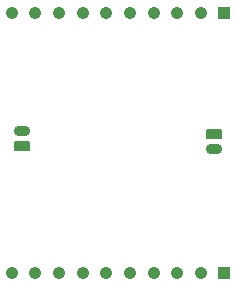
<source format=gbs>
G04 #@! TF.GenerationSoftware,KiCad,Pcbnew,(5.1.5)-3*
G04 #@! TF.CreationDate,2019-12-07T13:31:04+02:00*
G04 #@! TF.ProjectId,template,74656d70-6c61-4746-952e-6b696361645f,A*
G04 #@! TF.SameCoordinates,Original*
G04 #@! TF.FileFunction,Soldermask,Bot*
G04 #@! TF.FilePolarity,Negative*
%FSLAX46Y46*%
G04 Gerber Fmt 4.6, Leading zero omitted, Abs format (unit mm)*
G04 Created by KiCad (PCBNEW (5.1.5)-3) date 2019-12-07 13:31:04*
%MOMM*%
%LPD*%
G04 APERTURE LIST*
%ADD10C,1.050000*%
%ADD11R,1.050000X1.050000*%
%ADD12C,0.150000*%
%ADD13O,1.400000X0.900000*%
G04 APERTURE END LIST*
D10*
X130001000Y-86000920D03*
X146001000Y-86000920D03*
D11*
X148001000Y-86000920D03*
D10*
X134001000Y-86000920D03*
X132001000Y-86000920D03*
X144001000Y-86000920D03*
X142001000Y-86000920D03*
X136001000Y-86000920D03*
X138001000Y-86000920D03*
X140001000Y-86000920D03*
X130001000Y-108000920D03*
X146001000Y-108000920D03*
D11*
X148001000Y-108000920D03*
D10*
X134001000Y-108000920D03*
X132001000Y-108000920D03*
X144001000Y-108000920D03*
X142001000Y-108000920D03*
X136001000Y-108000920D03*
X138001000Y-108000920D03*
X140001000Y-108000920D03*
D12*
G36*
X131370054Y-96806003D02*
G01*
X131391895Y-96809243D01*
X131413314Y-96814608D01*
X131434104Y-96822047D01*
X131454064Y-96831488D01*
X131473003Y-96842839D01*
X131490738Y-96855993D01*
X131507099Y-96870821D01*
X131521927Y-96887182D01*
X131535081Y-96904917D01*
X131546432Y-96923856D01*
X131555873Y-96943816D01*
X131563312Y-96964606D01*
X131568677Y-96986025D01*
X131571917Y-97007866D01*
X131573000Y-97029920D01*
X131573000Y-97479920D01*
X131571917Y-97501974D01*
X131568677Y-97523815D01*
X131563312Y-97545234D01*
X131555873Y-97566024D01*
X131546432Y-97585984D01*
X131535081Y-97604923D01*
X131521927Y-97622658D01*
X131507099Y-97639019D01*
X131490738Y-97653847D01*
X131473003Y-97667001D01*
X131454064Y-97678352D01*
X131434104Y-97687793D01*
X131413314Y-97695232D01*
X131391895Y-97700597D01*
X131370054Y-97703837D01*
X131348000Y-97704920D01*
X130398000Y-97704920D01*
X130375946Y-97703837D01*
X130354105Y-97700597D01*
X130332686Y-97695232D01*
X130311896Y-97687793D01*
X130291936Y-97678352D01*
X130272997Y-97667001D01*
X130255262Y-97653847D01*
X130238901Y-97639019D01*
X130224073Y-97622658D01*
X130210919Y-97604923D01*
X130199568Y-97585984D01*
X130190127Y-97566024D01*
X130182688Y-97545234D01*
X130177323Y-97523815D01*
X130174083Y-97501974D01*
X130173000Y-97479920D01*
X130173000Y-97029920D01*
X130174083Y-97007866D01*
X130177323Y-96986025D01*
X130182688Y-96964606D01*
X130190127Y-96943816D01*
X130199568Y-96923856D01*
X130210919Y-96904917D01*
X130224073Y-96887182D01*
X130238901Y-96870821D01*
X130255262Y-96855993D01*
X130272997Y-96842839D01*
X130291936Y-96831488D01*
X130311896Y-96822047D01*
X130332686Y-96814608D01*
X130354105Y-96809243D01*
X130375946Y-96806003D01*
X130398000Y-96804920D01*
X131348000Y-96804920D01*
X131370054Y-96806003D01*
G37*
D13*
X130873000Y-96004920D03*
X147129000Y-97488920D03*
D12*
G36*
X147626054Y-95790003D02*
G01*
X147647895Y-95793243D01*
X147669314Y-95798608D01*
X147690104Y-95806047D01*
X147710064Y-95815488D01*
X147729003Y-95826839D01*
X147746738Y-95839993D01*
X147763099Y-95854821D01*
X147777927Y-95871182D01*
X147791081Y-95888917D01*
X147802432Y-95907856D01*
X147811873Y-95927816D01*
X147819312Y-95948606D01*
X147824677Y-95970025D01*
X147827917Y-95991866D01*
X147829000Y-96013920D01*
X147829000Y-96463920D01*
X147827917Y-96485974D01*
X147824677Y-96507815D01*
X147819312Y-96529234D01*
X147811873Y-96550024D01*
X147802432Y-96569984D01*
X147791081Y-96588923D01*
X147777927Y-96606658D01*
X147763099Y-96623019D01*
X147746738Y-96637847D01*
X147729003Y-96651001D01*
X147710064Y-96662352D01*
X147690104Y-96671793D01*
X147669314Y-96679232D01*
X147647895Y-96684597D01*
X147626054Y-96687837D01*
X147604000Y-96688920D01*
X146654000Y-96688920D01*
X146631946Y-96687837D01*
X146610105Y-96684597D01*
X146588686Y-96679232D01*
X146567896Y-96671793D01*
X146547936Y-96662352D01*
X146528997Y-96651001D01*
X146511262Y-96637847D01*
X146494901Y-96623019D01*
X146480073Y-96606658D01*
X146466919Y-96588923D01*
X146455568Y-96569984D01*
X146446127Y-96550024D01*
X146438688Y-96529234D01*
X146433323Y-96507815D01*
X146430083Y-96485974D01*
X146429000Y-96463920D01*
X146429000Y-96013920D01*
X146430083Y-95991866D01*
X146433323Y-95970025D01*
X146438688Y-95948606D01*
X146446127Y-95927816D01*
X146455568Y-95907856D01*
X146466919Y-95888917D01*
X146480073Y-95871182D01*
X146494901Y-95854821D01*
X146511262Y-95839993D01*
X146528997Y-95826839D01*
X146547936Y-95815488D01*
X146567896Y-95806047D01*
X146588686Y-95798608D01*
X146610105Y-95793243D01*
X146631946Y-95790003D01*
X146654000Y-95788920D01*
X147604000Y-95788920D01*
X147626054Y-95790003D01*
G37*
M02*

</source>
